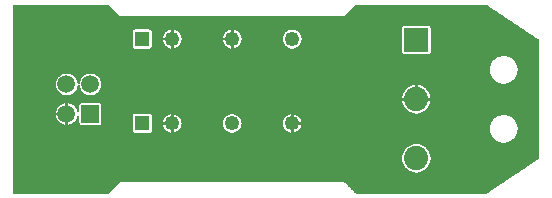
<source format=gbl>
%FSLAX33Y33*%
%MOMM*%
%AMRect-W1250000-H1250000-RO1.500*
21,1,1.25,1.25,0.,0.,90*%
%AMRect-W1500000-H1500000-RO0.500*
21,1,1.5,1.5,0.,0.,270*%
%AMRect-W2049999-H2049999-RO0.500*
21,1,2.049999,2.049999,0.,0.,270*%
%ADD10C,0.0508*%
%ADD11C,1.25*%
%ADD12Rect-W1250000-H1250000-RO1.500*%
%ADD13C,1.5*%
%ADD14C,3.*%
%ADD15Rect-W1500000-H1500000-RO0.500*%
%ADD16C,2.049999*%
%ADD17Rect-W2049999-H2049999-RO0.500*%
D10*
%LNpour fill*%
G01*
X44975Y3514D02*
X44975Y3514D01*
X44975Y13486*
X40492Y16475*
X29511Y16475*
X28514Y15478*
X28505Y15475*
X17525Y15475*
X17525Y1525*
X28505Y1525*
X28514Y1522*
X29511Y0525*
X40492Y0525*
X44975Y3514*
X35627Y12249D02*
X35627Y12249D01*
X35659Y12251*
X35661Y12252*
X35694Y12259*
X35696Y12260*
X35727Y12273*
X35729Y12274*
X35757Y12291*
X35759Y12292*
X35784Y12314*
X35786Y12316*
X35808Y12341*
X35809Y12343*
X35826Y12371*
X35827Y12373*
X35840Y12404*
X35841Y12406*
X35848Y12439*
X35849Y12441*
X35851Y12474*
X35851Y12475*
X35851Y14525*
X35851Y14526*
X35849Y14559*
X35848Y14561*
X35841Y14594*
X35840Y14596*
X35827Y14627*
X35826Y14629*
X35809Y14657*
X35808Y14659*
X35786Y14684*
X35784Y14686*
X35759Y14708*
X35757Y14709*
X35729Y14726*
X35727Y14727*
X35696Y14740*
X35694Y14741*
X35661Y14748*
X35659Y14749*
X35626Y14751*
X35625Y14751*
X33575Y14751*
X33574Y14751*
X33541Y14749*
X33539Y14748*
X33506Y14741*
X33504Y14740*
X33473Y14727*
X33471Y14726*
X33443Y14709*
X33441Y14708*
X33416Y14686*
X33414Y14684*
X33392Y14659*
X33391Y14657*
X33374Y14629*
X33373Y14627*
X33360Y14596*
X33359Y14594*
X33352Y14561*
X33351Y14559*
X33349Y14527*
X33349Y14526*
X33349Y12474*
X33349Y12474*
X33351Y12441*
X33352Y12439*
X33359Y12406*
X33360Y12404*
X33373Y12373*
X33374Y12371*
X33391Y12343*
X33392Y12341*
X33414Y12316*
X33416Y12314*
X33441Y12292*
X33443Y12291*
X33471Y12274*
X33473Y12273*
X33504Y12260*
X33506Y12259*
X33539Y12252*
X33541Y12251*
X33574Y12249*
X33574Y12249*
X35626Y12249*
X35627Y12249*
X24184Y12755D02*
X24184Y12755D01*
X24380Y12803*
X24383Y12804*
X24562Y12898*
X24565Y12900*
X24716Y13034*
X24718Y13037*
X24833Y13203*
X24835Y13206*
X24906Y13395*
X24907Y13398*
X24931Y13598*
X24931Y13602*
X24907Y13802*
X24906Y13805*
X24835Y13994*
X24833Y13997*
X24718Y14163*
X24716Y14166*
X24565Y14300*
X24562Y14302*
X24383Y14396*
X24380Y14397*
X24184Y14445*
X24181Y14445*
X23979Y14445*
X23976Y14445*
X23780Y14397*
X23777Y14396*
X23598Y14302*
X23595Y14300*
X23444Y14166*
X23442Y14163*
X23327Y13997*
X23325Y13994*
X23254Y13805*
X23253Y13802*
X23229Y13602*
X23229Y13598*
X23253Y13398*
X23254Y13395*
X23325Y13206*
X23327Y13203*
X23442Y13037*
X23444Y13034*
X23595Y12900*
X23598Y12898*
X23777Y12804*
X23780Y12803*
X23976Y12755*
X23979Y12755*
X24181Y12755*
X24184Y12755*
X18925Y12768D02*
X18925Y12768D01*
X18925Y13004*
X19075Y13004*
X19075Y12768*
X19094Y12753*
X19300Y12803*
X19303Y12804*
X19482Y12898*
X19485Y12900*
X19636Y13034*
X19638Y13037*
X19753Y13203*
X19755Y13206*
X19826Y13395*
X19827Y13398*
X19851Y13598*
X19851Y13602*
X19827Y13802*
X19826Y13805*
X19755Y13994*
X19753Y13997*
X19638Y14163*
X19636Y14166*
X19485Y14300*
X19482Y14302*
X19303Y14396*
X19300Y14397*
X19094Y14447*
X19075Y14432*
X19075Y14196*
X18925Y14196*
X18925Y14432*
X18906Y14447*
X18700Y14397*
X18697Y14396*
X18518Y14302*
X18515Y14300*
X18364Y14166*
X18362Y14163*
X18247Y13997*
X18245Y13994*
X18174Y13805*
X18173Y13802*
X18160Y13692*
X18175Y13675*
X18400Y13675*
X18400Y13525*
X18175Y13525*
X18160Y13508*
X18173Y13398*
X18174Y13395*
X18245Y13206*
X18247Y13203*
X18362Y13037*
X18364Y13034*
X18515Y12900*
X18518Y12898*
X18697Y12804*
X18700Y12803*
X18906Y12753*
X18925Y12768*
X42149Y9783D02*
X42149Y9783D01*
X42433Y9853*
X42436Y9854*
X42695Y9990*
X42698Y9992*
X42917Y10186*
X42919Y10188*
X43085Y10429*
X43087Y10431*
X43190Y10705*
X43191Y10708*
X43226Y10998*
X43226Y11002*
X43191Y11292*
X43190Y11295*
X43087Y11569*
X43085Y11571*
X42919Y11812*
X42917Y11814*
X42698Y12008*
X42695Y12010*
X42436Y12146*
X42433Y12147*
X42149Y12217*
X42146Y12218*
X41854Y12218*
X41851Y12217*
X41567Y12147*
X41564Y12146*
X41305Y12010*
X41302Y12008*
X41083Y11814*
X41081Y11812*
X40915Y11571*
X40913Y11569*
X40810Y11295*
X40809Y11292*
X40774Y11002*
X40774Y10998*
X40809Y10708*
X40810Y10705*
X40913Y10431*
X40915Y10429*
X41081Y10188*
X41083Y10186*
X41302Y9992*
X41305Y9990*
X41564Y9854*
X41567Y9853*
X41851Y9783*
X41854Y9782*
X42146Y9782*
X42149Y9783*
X34877Y7280D02*
X34877Y7280D01*
X34880Y7280*
X35142Y7372*
X35144Y7373*
X35379Y7521*
X35381Y7523*
X35577Y7719*
X35579Y7721*
X35727Y7956*
X35728Y7958*
X35820Y8220*
X35820Y8223*
X35841Y8408*
X35826Y8425*
X35600Y8425*
X35600Y8575*
X35826Y8575*
X35841Y8592*
X35820Y8777*
X35820Y8780*
X35728Y9042*
X35727Y9044*
X35579Y9279*
X35577Y9281*
X35381Y9477*
X35379Y9479*
X35144Y9627*
X35142Y9628*
X34880Y9720*
X34877Y9720*
X34692Y9741*
X34675Y9726*
X34675Y9493*
X34525Y9493*
X34525Y9726*
X34508Y9741*
X34323Y9720*
X34320Y9720*
X34058Y9628*
X34056Y9627*
X33821Y9479*
X33819Y9477*
X33623Y9281*
X33621Y9279*
X33473Y9044*
X33472Y9042*
X33380Y8780*
X33380Y8777*
X33359Y8592*
X33374Y8575*
X33600Y8575*
X33600Y8425*
X33374Y8425*
X33359Y8408*
X33380Y8223*
X33380Y8220*
X33472Y7958*
X33473Y7956*
X33621Y7721*
X33623Y7719*
X33819Y7523*
X33821Y7521*
X34056Y7373*
X34058Y7372*
X34320Y7280*
X34323Y7280*
X34599Y7249*
X34601Y7249*
X34877Y7280*
X19104Y5605D02*
X19104Y5605D01*
X19300Y5653*
X19303Y5654*
X19482Y5748*
X19485Y5750*
X19636Y5884*
X19638Y5887*
X19753Y6053*
X19755Y6056*
X19826Y6245*
X19827Y6248*
X19851Y6448*
X19851Y6452*
X19827Y6652*
X19826Y6655*
X19755Y6844*
X19753Y6847*
X19638Y7013*
X19636Y7016*
X19485Y7150*
X19482Y7152*
X19303Y7246*
X19300Y7247*
X19104Y7295*
X19101Y7295*
X18899Y7295*
X18896Y7295*
X18700Y7247*
X18697Y7246*
X18518Y7152*
X18515Y7150*
X18364Y7016*
X18362Y7013*
X18247Y6847*
X18245Y6844*
X18174Y6655*
X18173Y6652*
X18149Y6452*
X18149Y6448*
X18173Y6248*
X18174Y6245*
X18245Y6056*
X18247Y6053*
X18362Y5887*
X18364Y5884*
X18515Y5750*
X18518Y5748*
X18697Y5654*
X18700Y5653*
X18896Y5605*
X18899Y5605*
X19101Y5605*
X19104Y5605*
X24005Y5618D02*
X24005Y5618D01*
X24005Y5854*
X24155Y5854*
X24155Y5618*
X24174Y5603*
X24380Y5653*
X24383Y5654*
X24562Y5748*
X24565Y5750*
X24716Y5884*
X24718Y5887*
X24833Y6053*
X24835Y6056*
X24906Y6245*
X24907Y6248*
X24920Y6358*
X24905Y6375*
X24680Y6375*
X24680Y6525*
X24905Y6525*
X24920Y6542*
X24907Y6652*
X24906Y6655*
X24835Y6844*
X24833Y6847*
X24718Y7013*
X24716Y7016*
X24565Y7150*
X24562Y7152*
X24383Y7246*
X24380Y7247*
X24174Y7297*
X24155Y7282*
X24155Y7046*
X24005Y7046*
X24005Y7282*
X23986Y7297*
X23780Y7247*
X23777Y7246*
X23598Y7152*
X23595Y7150*
X23444Y7016*
X23442Y7013*
X23327Y6847*
X23325Y6844*
X23254Y6655*
X23253Y6652*
X23229Y6452*
X23229Y6448*
X23253Y6248*
X23254Y6245*
X23325Y6056*
X23327Y6053*
X23442Y5887*
X23444Y5884*
X23595Y5750*
X23598Y5748*
X23777Y5654*
X23780Y5653*
X23986Y5603*
X24005Y5618*
X42149Y4783D02*
X42149Y4783D01*
X42433Y4853*
X42436Y4854*
X42695Y4990*
X42698Y4992*
X42917Y5186*
X42919Y5188*
X43085Y5429*
X43087Y5431*
X43190Y5705*
X43191Y5708*
X43226Y5998*
X43226Y6002*
X43191Y6292*
X43190Y6295*
X43087Y6569*
X43085Y6571*
X42919Y6812*
X42917Y6814*
X42698Y7008*
X42695Y7010*
X42436Y7146*
X42433Y7147*
X42149Y7217*
X42146Y7218*
X41854Y7218*
X41851Y7217*
X41567Y7147*
X41564Y7146*
X41305Y7010*
X41302Y7008*
X41083Y6814*
X41081Y6812*
X40915Y6571*
X40913Y6569*
X40810Y6295*
X40809Y6292*
X40774Y6002*
X40774Y5998*
X40809Y5708*
X40810Y5705*
X40913Y5431*
X40915Y5429*
X41081Y5188*
X41083Y5186*
X41302Y4992*
X41305Y4990*
X41564Y4854*
X41567Y4853*
X41851Y4783*
X41854Y4782*
X42146Y4782*
X42149Y4783*
X34877Y2280D02*
X34877Y2280D01*
X34880Y2280*
X35142Y2372*
X35144Y2373*
X35379Y2521*
X35381Y2523*
X35577Y2719*
X35579Y2721*
X35727Y2956*
X35728Y2958*
X35820Y3220*
X35820Y3223*
X35851Y3499*
X35851Y3501*
X35820Y3777*
X35820Y3780*
X35728Y4042*
X35727Y4044*
X35579Y4279*
X35577Y4281*
X35381Y4477*
X35379Y4479*
X35144Y4627*
X35142Y4628*
X34880Y4720*
X34877Y4720*
X34601Y4751*
X34599Y4751*
X34323Y4720*
X34320Y4720*
X34058Y4628*
X34056Y4627*
X33821Y4479*
X33819Y4477*
X33623Y4281*
X33621Y4279*
X33473Y4044*
X33472Y4042*
X33380Y3780*
X33380Y3777*
X33349Y3501*
X33349Y3499*
X33380Y3223*
X33380Y3220*
X33472Y2958*
X33473Y2956*
X33621Y2721*
X33623Y2719*
X33819Y2523*
X33821Y2521*
X34056Y2373*
X34058Y2372*
X34320Y2280*
X34323Y2280*
X34599Y2249*
X34601Y2249*
X34877Y2280*
X29486Y0550D02*
X40529Y0550D01*
X29437Y0599D02*
X40603Y0599D01*
X29387Y0649D02*
X40677Y0649D01*
X29338Y0698D02*
X40751Y0698D01*
X29288Y0748D02*
X40826Y0748D01*
X29239Y0797D02*
X40900Y0797D01*
X29189Y0847D02*
X40974Y0847D01*
X29140Y0896D02*
X41049Y0896D01*
X29090Y0946D02*
X41123Y0946D01*
X29041Y0995D02*
X41197Y0995D01*
X28991Y1045D02*
X41271Y1045D01*
X28942Y1094D02*
X41346Y1094D01*
X28892Y1144D02*
X41420Y1144D01*
X28843Y1193D02*
X41494Y1193D01*
X28793Y1243D02*
X41569Y1243D01*
X28743Y1292D02*
X41643Y1292D01*
X28694Y1342D02*
X41717Y1342D01*
X28644Y1392D02*
X41792Y1392D01*
X28595Y1441D02*
X41866Y1441D01*
X28545Y1491D02*
X41940Y1491D01*
X17525Y1540D02*
X42014Y1540D01*
X17525Y1590D02*
X42089Y1590D01*
X17525Y1639D02*
X42163Y1639D01*
X17525Y1689D02*
X42237Y1689D01*
X17525Y1738D02*
X42312Y1738D01*
X17525Y1788D02*
X42386Y1788D01*
X17525Y1837D02*
X42460Y1837D01*
X17525Y1887D02*
X42534Y1887D01*
X17525Y1936D02*
X42609Y1936D01*
X17525Y1986D02*
X42683Y1986D01*
X17525Y2035D02*
X42757Y2035D01*
X17525Y2085D02*
X42832Y2085D01*
X17525Y2134D02*
X42906Y2134D01*
X17525Y2184D02*
X42980Y2184D01*
X17525Y2234D02*
X43055Y2234D01*
X17525Y2283D02*
X34312Y2283D01*
X34888Y2283D02*
X43129Y2283D01*
X17525Y2333D02*
X34171Y2333D01*
X35029Y2333D02*
X43203Y2333D01*
X17525Y2382D02*
X34041Y2382D01*
X35159Y2382D02*
X43277Y2382D01*
X17525Y2432D02*
X33963Y2432D01*
X35237Y2432D02*
X43352Y2432D01*
X17525Y2481D02*
X33884Y2481D01*
X35316Y2481D02*
X43426Y2481D01*
X17525Y2531D02*
X33810Y2531D01*
X35390Y2531D02*
X43500Y2531D01*
X17525Y2580D02*
X33761Y2580D01*
X35439Y2580D02*
X43575Y2580D01*
X17525Y2630D02*
X33711Y2630D01*
X35489Y2630D02*
X43649Y2630D01*
X17525Y2679D02*
X33662Y2679D01*
X35538Y2679D02*
X43723Y2679D01*
X17525Y2729D02*
X33616Y2729D01*
X35584Y2729D02*
X43797Y2729D01*
X17525Y2778D02*
X33585Y2778D01*
X35615Y2778D02*
X43872Y2778D01*
X17525Y2828D02*
X33553Y2828D01*
X35647Y2828D02*
X43946Y2828D01*
X17525Y2877D02*
X33522Y2877D01*
X35678Y2877D02*
X44020Y2877D01*
X17525Y2927D02*
X33491Y2927D01*
X35709Y2927D02*
X44095Y2927D01*
X17525Y2977D02*
X33466Y2977D01*
X35734Y2977D02*
X44169Y2977D01*
X17525Y3026D02*
X33448Y3026D01*
X35752Y3026D02*
X44243Y3026D01*
X17525Y3076D02*
X33431Y3076D01*
X35769Y3076D02*
X44318Y3076D01*
X17525Y3125D02*
X33414Y3125D01*
X35786Y3125D02*
X44392Y3125D01*
X17525Y3175D02*
X33396Y3175D01*
X35804Y3175D02*
X44466Y3175D01*
X17525Y3224D02*
X33380Y3224D01*
X35820Y3224D02*
X44540Y3224D01*
X17525Y3274D02*
X33374Y3274D01*
X35826Y3274D02*
X44615Y3274D01*
X17525Y3323D02*
X33368Y3323D01*
X35832Y3323D02*
X44689Y3323D01*
X17525Y3373D02*
X33363Y3373D01*
X35837Y3373D02*
X44763Y3373D01*
X17525Y3422D02*
X33357Y3422D01*
X35843Y3422D02*
X44838Y3422D01*
X17525Y3472D02*
X33352Y3472D01*
X35848Y3472D02*
X44912Y3472D01*
X17525Y3521D02*
X33351Y3521D01*
X35849Y3521D02*
X44975Y3521D01*
X17525Y3571D02*
X33356Y3571D01*
X35844Y3571D02*
X44975Y3571D01*
X17525Y3620D02*
X33362Y3620D01*
X35838Y3620D02*
X44975Y3620D01*
X17525Y3670D02*
X33368Y3670D01*
X35832Y3670D02*
X44975Y3670D01*
X17525Y3719D02*
X33373Y3719D01*
X35827Y3719D02*
X44975Y3719D01*
X17525Y3769D02*
X33379Y3769D01*
X35821Y3769D02*
X44975Y3769D01*
X17525Y3819D02*
X33394Y3819D01*
X35806Y3819D02*
X44975Y3819D01*
X17525Y3868D02*
X33411Y3868D01*
X35789Y3868D02*
X44975Y3868D01*
X17525Y3918D02*
X33428Y3918D01*
X35772Y3918D02*
X44975Y3918D01*
X17525Y3967D02*
X33446Y3967D01*
X35754Y3967D02*
X44975Y3967D01*
X17525Y4017D02*
X33463Y4017D01*
X35737Y4017D02*
X44975Y4017D01*
X17525Y4066D02*
X33487Y4066D01*
X35713Y4066D02*
X44975Y4066D01*
X17525Y4116D02*
X33518Y4116D01*
X35682Y4116D02*
X44975Y4116D01*
X17525Y4165D02*
X33549Y4165D01*
X35651Y4165D02*
X44975Y4165D01*
X17525Y4215D02*
X33580Y4215D01*
X35620Y4215D02*
X44975Y4215D01*
X17525Y4264D02*
X33611Y4264D01*
X35589Y4264D02*
X44975Y4264D01*
X17525Y4314D02*
X33655Y4314D01*
X35545Y4314D02*
X44975Y4314D01*
X17525Y4363D02*
X33704Y4363D01*
X35496Y4363D02*
X44975Y4363D01*
X17525Y4413D02*
X33754Y4413D01*
X35446Y4413D02*
X44975Y4413D01*
X17525Y4462D02*
X33804Y4462D01*
X35396Y4462D02*
X44975Y4462D01*
X17525Y4512D02*
X33873Y4512D01*
X35327Y4512D02*
X44975Y4512D01*
X17525Y4561D02*
X33952Y4561D01*
X35248Y4561D02*
X44975Y4561D01*
X17525Y4611D02*
X34031Y4611D01*
X35169Y4611D02*
X44975Y4611D01*
X17525Y4661D02*
X34151Y4661D01*
X35049Y4661D02*
X44975Y4661D01*
X17525Y4710D02*
X34293Y4710D01*
X34907Y4710D02*
X44975Y4710D01*
X17525Y4760D02*
X44975Y4760D01*
X17525Y4809D02*
X41744Y4809D01*
X42256Y4809D02*
X44975Y4809D01*
X17525Y4859D02*
X41555Y4859D01*
X42445Y4859D02*
X44975Y4859D01*
X17525Y4908D02*
X41460Y4908D01*
X42540Y4908D02*
X44975Y4908D01*
X17525Y4958D02*
X41366Y4958D01*
X42634Y4958D02*
X44975Y4958D01*
X17525Y5007D02*
X41284Y5007D01*
X42716Y5007D02*
X44975Y5007D01*
X17525Y5057D02*
X41228Y5057D01*
X42772Y5057D02*
X44975Y5057D01*
X17525Y5106D02*
X41173Y5106D01*
X42827Y5106D02*
X44975Y5106D01*
X17525Y5156D02*
X41117Y5156D01*
X42883Y5156D02*
X44975Y5156D01*
X17525Y5205D02*
X41069Y5205D01*
X42931Y5205D02*
X44975Y5205D01*
X17525Y5255D02*
X41035Y5255D01*
X42965Y5255D02*
X44975Y5255D01*
X17525Y5304D02*
X41001Y5304D01*
X42999Y5304D02*
X44975Y5304D01*
X17525Y5354D02*
X40966Y5354D01*
X43034Y5354D02*
X44975Y5354D01*
X17525Y5403D02*
X40932Y5403D01*
X43068Y5403D02*
X44975Y5403D01*
X17525Y5453D02*
X40905Y5453D01*
X43095Y5453D02*
X44975Y5453D01*
X17525Y5503D02*
X40886Y5503D01*
X43114Y5503D02*
X44975Y5503D01*
X17525Y5552D02*
X40868Y5552D01*
X43132Y5552D02*
X44975Y5552D01*
X17525Y5602D02*
X40849Y5602D01*
X43151Y5602D02*
X44975Y5602D01*
X17525Y5651D02*
X18709Y5651D01*
X19291Y5651D02*
X23789Y5651D01*
X24005Y5651D02*
X24155Y5651D01*
X24371Y5651D02*
X40830Y5651D01*
X43170Y5651D02*
X44975Y5651D01*
X17525Y5701D02*
X18609Y5701D01*
X19391Y5701D02*
X23689Y5701D01*
X24005Y5701D02*
X24155Y5701D01*
X24471Y5701D02*
X40811Y5701D01*
X43189Y5701D02*
X44975Y5701D01*
X17525Y5750D02*
X18515Y5750D01*
X19485Y5750D02*
X23595Y5750D01*
X24005Y5750D02*
X24155Y5750D01*
X24565Y5750D02*
X40804Y5750D01*
X43196Y5750D02*
X44975Y5750D01*
X17525Y5800D02*
X18459Y5800D01*
X19541Y5800D02*
X23539Y5800D01*
X24005Y5800D02*
X24155Y5800D01*
X24621Y5800D02*
X40798Y5800D01*
X43202Y5800D02*
X44975Y5800D01*
X17525Y5849D02*
X18403Y5849D01*
X19597Y5849D02*
X23483Y5849D01*
X24005Y5849D02*
X24155Y5849D01*
X24677Y5849D02*
X40792Y5849D01*
X43208Y5849D02*
X44975Y5849D01*
X17525Y5899D02*
X18353Y5899D01*
X19647Y5899D02*
X23433Y5899D01*
X24727Y5899D02*
X40786Y5899D01*
X43214Y5899D02*
X44975Y5899D01*
X17525Y5948D02*
X18319Y5948D01*
X19681Y5948D02*
X23399Y5948D01*
X24761Y5948D02*
X40780Y5948D01*
X43220Y5948D02*
X44975Y5948D01*
X17525Y5998D02*
X18285Y5998D01*
X19715Y5998D02*
X23365Y5998D01*
X24795Y5998D02*
X40774Y5998D01*
X43226Y5998D02*
X44975Y5998D01*
X17525Y6047D02*
X18251Y6047D01*
X19749Y6047D02*
X23331Y6047D01*
X24829Y6047D02*
X40779Y6047D01*
X43221Y6047D02*
X44975Y6047D01*
X17525Y6097D02*
X18230Y6097D01*
X19770Y6097D02*
X23310Y6097D01*
X24850Y6097D02*
X40785Y6097D01*
X43215Y6097D02*
X44975Y6097D01*
X17525Y6146D02*
X18211Y6146D01*
X19789Y6146D02*
X23291Y6146D01*
X24869Y6146D02*
X40791Y6146D01*
X43209Y6146D02*
X44975Y6146D01*
X17525Y6196D02*
X18192Y6196D01*
X19808Y6196D02*
X23272Y6196D01*
X24888Y6196D02*
X40797Y6196D01*
X43203Y6196D02*
X44975Y6196D01*
X17525Y6245D02*
X18174Y6245D01*
X19826Y6245D02*
X23254Y6245D01*
X24906Y6245D02*
X40803Y6245D01*
X43197Y6245D02*
X44975Y6245D01*
X17525Y6295D02*
X18167Y6295D01*
X19833Y6295D02*
X23247Y6295D01*
X24913Y6295D02*
X40810Y6295D01*
X43190Y6295D02*
X44975Y6295D01*
X17525Y6345D02*
X18161Y6345D01*
X19839Y6345D02*
X23241Y6345D01*
X24919Y6345D02*
X40828Y6345D01*
X43172Y6345D02*
X44975Y6345D01*
X17525Y6394D02*
X18155Y6394D01*
X19845Y6394D02*
X23235Y6394D01*
X24680Y6394D02*
X40847Y6394D01*
X43153Y6394D02*
X44975Y6394D01*
X17525Y6444D02*
X18149Y6444D01*
X19851Y6444D02*
X23229Y6444D01*
X24680Y6444D02*
X40866Y6444D01*
X43134Y6444D02*
X44975Y6444D01*
X17525Y6493D02*
X18154Y6493D01*
X19846Y6493D02*
X23234Y6493D01*
X24680Y6493D02*
X40885Y6493D01*
X43115Y6493D02*
X44975Y6493D01*
X17525Y6543D02*
X18160Y6543D01*
X19840Y6543D02*
X23240Y6543D01*
X24920Y6543D02*
X40904Y6543D01*
X43096Y6543D02*
X44975Y6543D01*
X17525Y6592D02*
X18166Y6592D01*
X19834Y6592D02*
X23246Y6592D01*
X24914Y6592D02*
X40929Y6592D01*
X43071Y6592D02*
X44975Y6592D01*
X17525Y6642D02*
X18172Y6642D01*
X19828Y6642D02*
X23252Y6642D01*
X24908Y6642D02*
X40963Y6642D01*
X43037Y6642D02*
X44975Y6642D01*
X17525Y6691D02*
X18187Y6691D01*
X19813Y6691D02*
X23267Y6691D01*
X24893Y6691D02*
X40998Y6691D01*
X43002Y6691D02*
X44975Y6691D01*
X17525Y6741D02*
X18206Y6741D01*
X19794Y6741D02*
X23286Y6741D01*
X24874Y6741D02*
X41032Y6741D01*
X42968Y6741D02*
X44975Y6741D01*
X17525Y6790D02*
X18225Y6790D01*
X19775Y6790D02*
X23305Y6790D01*
X24855Y6790D02*
X41066Y6790D01*
X42934Y6790D02*
X44975Y6790D01*
X17525Y6840D02*
X18244Y6840D01*
X19756Y6840D02*
X23324Y6840D01*
X24836Y6840D02*
X41112Y6840D01*
X42888Y6840D02*
X44975Y6840D01*
X17525Y6889D02*
X18276Y6889D01*
X19724Y6889D02*
X23356Y6889D01*
X24804Y6889D02*
X41168Y6889D01*
X42832Y6889D02*
X44975Y6889D01*
X17525Y6939D02*
X18310Y6939D01*
X19690Y6939D02*
X23390Y6939D01*
X24770Y6939D02*
X41224Y6939D01*
X42776Y6939D02*
X44975Y6939D01*
X17525Y6988D02*
X18344Y6988D01*
X19656Y6988D02*
X23424Y6988D01*
X24736Y6988D02*
X41279Y6988D01*
X42721Y6988D02*
X44975Y6988D01*
X17525Y7038D02*
X18389Y7038D01*
X19611Y7038D02*
X23469Y7038D01*
X24691Y7038D02*
X41358Y7038D01*
X42642Y7038D02*
X44975Y7038D01*
X17525Y7087D02*
X18445Y7087D01*
X19555Y7087D02*
X23525Y7087D01*
X24005Y7087D02*
X24155Y7087D01*
X24635Y7087D02*
X41452Y7087D01*
X42548Y7087D02*
X44975Y7087D01*
X17525Y7137D02*
X18501Y7137D01*
X19499Y7137D02*
X23581Y7137D01*
X24005Y7137D02*
X24155Y7137D01*
X24579Y7137D02*
X41546Y7137D01*
X42454Y7137D02*
X44975Y7137D01*
X17525Y7187D02*
X18584Y7187D01*
X19416Y7187D02*
X23664Y7187D01*
X24005Y7187D02*
X24155Y7187D01*
X24496Y7187D02*
X41726Y7187D01*
X42274Y7187D02*
X44975Y7187D01*
X17525Y7236D02*
X18679Y7236D01*
X19321Y7236D02*
X23759Y7236D01*
X24005Y7236D02*
X24155Y7236D01*
X24401Y7236D02*
X44975Y7236D01*
X17525Y7286D02*
X18858Y7286D01*
X19142Y7286D02*
X23938Y7286D01*
X24001Y7286D02*
X24159Y7286D01*
X24222Y7286D02*
X34305Y7286D01*
X34895Y7286D02*
X44975Y7286D01*
X17525Y7335D02*
X34163Y7335D01*
X35037Y7335D02*
X44975Y7335D01*
X17525Y7385D02*
X34037Y7385D01*
X35163Y7385D02*
X44975Y7385D01*
X17525Y7434D02*
X33959Y7434D01*
X35241Y7434D02*
X44975Y7434D01*
X17525Y7484D02*
X33880Y7484D01*
X35320Y7484D02*
X44975Y7484D01*
X17525Y7533D02*
X33808Y7533D01*
X35392Y7533D02*
X44975Y7533D01*
X17525Y7583D02*
X33758Y7583D01*
X35442Y7583D02*
X44975Y7583D01*
X17525Y7632D02*
X33709Y7632D01*
X35491Y7632D02*
X44975Y7632D01*
X17525Y7682D02*
X33659Y7682D01*
X35541Y7682D02*
X44975Y7682D01*
X17525Y7731D02*
X33614Y7731D01*
X35586Y7731D02*
X44975Y7731D01*
X17525Y7781D02*
X33583Y7781D01*
X35617Y7781D02*
X44975Y7781D01*
X17525Y7830D02*
X33552Y7830D01*
X35648Y7830D02*
X44975Y7830D01*
X17525Y7880D02*
X33521Y7880D01*
X35679Y7880D02*
X44975Y7880D01*
X17525Y7929D02*
X33490Y7929D01*
X35710Y7929D02*
X44975Y7929D01*
X17525Y7979D02*
X33465Y7979D01*
X35735Y7979D02*
X44975Y7979D01*
X17525Y8029D02*
X33447Y8029D01*
X35753Y8029D02*
X44975Y8029D01*
X17525Y8078D02*
X33430Y8078D01*
X35770Y8078D02*
X44975Y8078D01*
X17525Y8128D02*
X33413Y8128D01*
X35787Y8128D02*
X44975Y8128D01*
X17525Y8177D02*
X33395Y8177D01*
X35805Y8177D02*
X44975Y8177D01*
X17525Y8227D02*
X33379Y8227D01*
X35821Y8227D02*
X44975Y8227D01*
X17525Y8276D02*
X33374Y8276D01*
X35826Y8276D02*
X44975Y8276D01*
X17525Y8326D02*
X33368Y8326D01*
X35832Y8326D02*
X44975Y8326D01*
X17525Y8375D02*
X33362Y8375D01*
X35838Y8375D02*
X44975Y8375D01*
X17525Y8425D02*
X33373Y8425D01*
X35827Y8425D02*
X44975Y8425D01*
X17525Y8474D02*
X33600Y8474D01*
X35600Y8474D02*
X44975Y8474D01*
X17525Y8524D02*
X33600Y8524D01*
X35600Y8524D02*
X44975Y8524D01*
X17525Y8573D02*
X33600Y8573D01*
X35600Y8573D02*
X44975Y8573D01*
X17525Y8623D02*
X33362Y8623D01*
X35838Y8623D02*
X44975Y8623D01*
X17525Y8672D02*
X33368Y8672D01*
X35832Y8672D02*
X44975Y8672D01*
X17525Y8722D02*
X33373Y8722D01*
X35827Y8722D02*
X44975Y8722D01*
X17525Y8772D02*
X33379Y8772D01*
X35821Y8772D02*
X44975Y8772D01*
X17525Y8821D02*
X33395Y8821D01*
X35805Y8821D02*
X44975Y8821D01*
X17525Y8871D02*
X33412Y8871D01*
X35788Y8871D02*
X44975Y8871D01*
X17525Y8920D02*
X33429Y8920D01*
X35771Y8920D02*
X44975Y8920D01*
X17525Y8970D02*
X33447Y8970D01*
X35753Y8970D02*
X44975Y8970D01*
X17525Y9019D02*
X33464Y9019D01*
X35736Y9019D02*
X44975Y9019D01*
X17525Y9069D02*
X33489Y9069D01*
X35711Y9069D02*
X44975Y9069D01*
X17525Y9118D02*
X33520Y9118D01*
X35680Y9118D02*
X44975Y9118D01*
X17525Y9168D02*
X33551Y9168D01*
X35649Y9168D02*
X44975Y9168D01*
X17525Y9217D02*
X33582Y9217D01*
X35618Y9217D02*
X44975Y9217D01*
X17525Y9267D02*
X33613Y9267D01*
X35587Y9267D02*
X44975Y9267D01*
X17525Y9316D02*
X33657Y9316D01*
X35543Y9316D02*
X44975Y9316D01*
X17525Y9366D02*
X33707Y9366D01*
X35493Y9366D02*
X44975Y9366D01*
X17525Y9415D02*
X33757Y9415D01*
X35443Y9415D02*
X44975Y9415D01*
X17525Y9465D02*
X33806Y9465D01*
X35394Y9465D02*
X44975Y9465D01*
X17525Y9514D02*
X33877Y9514D01*
X34525Y9514D02*
X34675Y9514D01*
X35323Y9514D02*
X44975Y9514D01*
X17525Y9564D02*
X33956Y9564D01*
X34525Y9564D02*
X34675Y9564D01*
X35244Y9564D02*
X44975Y9564D01*
X17525Y9614D02*
X34035Y9614D01*
X34525Y9614D02*
X34675Y9614D01*
X35165Y9614D02*
X44975Y9614D01*
X17525Y9663D02*
X34158Y9663D01*
X34525Y9663D02*
X34675Y9663D01*
X35042Y9663D02*
X44975Y9663D01*
X17525Y9713D02*
X34300Y9713D01*
X34525Y9713D02*
X34675Y9713D01*
X34900Y9713D02*
X44975Y9713D01*
X17525Y9762D02*
X44975Y9762D01*
X17525Y9812D02*
X41733Y9812D01*
X42267Y9812D02*
X44975Y9812D01*
X17525Y9861D02*
X41550Y9861D01*
X42450Y9861D02*
X44975Y9861D01*
X17525Y9911D02*
X41455Y9911D01*
X42545Y9911D02*
X44975Y9911D01*
X17525Y9960D02*
X41361Y9960D01*
X42639Y9960D02*
X44975Y9960D01*
X17525Y10010D02*
X41282Y10010D01*
X42718Y10010D02*
X44975Y10010D01*
X17525Y10059D02*
X41226Y10059D01*
X42774Y10059D02*
X44975Y10059D01*
X17525Y10109D02*
X41170Y10109D01*
X42830Y10109D02*
X44975Y10109D01*
X17525Y10158D02*
X41114Y10158D01*
X42886Y10158D02*
X44975Y10158D01*
X17525Y10208D02*
X41067Y10208D01*
X42933Y10208D02*
X44975Y10208D01*
X17525Y10257D02*
X41033Y10257D01*
X42967Y10257D02*
X44975Y10257D01*
X17525Y10307D02*
X40999Y10307D01*
X43001Y10307D02*
X44975Y10307D01*
X17525Y10356D02*
X40965Y10356D01*
X43035Y10356D02*
X44975Y10356D01*
X17525Y10406D02*
X40930Y10406D01*
X43070Y10406D02*
X44975Y10406D01*
X17525Y10456D02*
X40904Y10456D01*
X43096Y10456D02*
X44975Y10456D01*
X17525Y10505D02*
X40885Y10505D01*
X43115Y10505D02*
X44975Y10505D01*
X17525Y10555D02*
X40867Y10555D01*
X43133Y10555D02*
X44975Y10555D01*
X17525Y10604D02*
X40848Y10604D01*
X43152Y10604D02*
X44975Y10604D01*
X17525Y10654D02*
X40829Y10654D01*
X43171Y10654D02*
X44975Y10654D01*
X17525Y10703D02*
X40810Y10703D01*
X43190Y10703D02*
X44975Y10703D01*
X17525Y10753D02*
X40803Y10753D01*
X43197Y10753D02*
X44975Y10753D01*
X17525Y10802D02*
X40797Y10802D01*
X43203Y10802D02*
X44975Y10802D01*
X17525Y10852D02*
X40791Y10852D01*
X43209Y10852D02*
X44975Y10852D01*
X17525Y10901D02*
X40785Y10901D01*
X43215Y10901D02*
X44975Y10901D01*
X17525Y10951D02*
X40779Y10951D01*
X43221Y10951D02*
X44975Y10951D01*
X17525Y11000D02*
X40774Y11000D01*
X43226Y11000D02*
X44975Y11000D01*
X17525Y11050D02*
X40779Y11050D01*
X43221Y11050D02*
X44975Y11050D01*
X17525Y11099D02*
X40785Y11099D01*
X43215Y11099D02*
X44975Y11099D01*
X17525Y11149D02*
X40791Y11149D01*
X43209Y11149D02*
X44975Y11149D01*
X17525Y11198D02*
X40798Y11198D01*
X43202Y11198D02*
X44975Y11198D01*
X17525Y11248D02*
X40804Y11248D01*
X43196Y11248D02*
X44975Y11248D01*
X17525Y11298D02*
X40811Y11298D01*
X43189Y11298D02*
X44975Y11298D01*
X17525Y11347D02*
X40829Y11347D01*
X43171Y11347D02*
X44975Y11347D01*
X17525Y11397D02*
X40848Y11397D01*
X43152Y11397D02*
X44975Y11397D01*
X17525Y11446D02*
X40867Y11446D01*
X43133Y11446D02*
X44975Y11446D01*
X17525Y11496D02*
X40886Y11496D01*
X43114Y11496D02*
X44975Y11496D01*
X17525Y11545D02*
X40904Y11545D01*
X43096Y11545D02*
X44975Y11545D01*
X17525Y11595D02*
X40931Y11595D01*
X43069Y11595D02*
X44975Y11595D01*
X17525Y11644D02*
X40965Y11644D01*
X43035Y11644D02*
X44975Y11644D01*
X17525Y11694D02*
X40999Y11694D01*
X43001Y11694D02*
X44975Y11694D01*
X17525Y11743D02*
X41034Y11743D01*
X42966Y11743D02*
X44975Y11743D01*
X17525Y11793D02*
X41068Y11793D01*
X42932Y11793D02*
X44975Y11793D01*
X17525Y11842D02*
X41115Y11842D01*
X42885Y11842D02*
X44975Y11842D01*
X17525Y11892D02*
X41171Y11892D01*
X42829Y11892D02*
X44975Y11892D01*
X17525Y11941D02*
X41226Y11941D01*
X42774Y11941D02*
X44975Y11941D01*
X17525Y11991D02*
X41282Y11991D01*
X42718Y11991D02*
X44975Y11991D01*
X17525Y12040D02*
X41362Y12040D01*
X42638Y12040D02*
X44975Y12040D01*
X17525Y12090D02*
X41457Y12090D01*
X42543Y12090D02*
X44975Y12090D01*
X17525Y12140D02*
X41551Y12140D01*
X42449Y12140D02*
X44975Y12140D01*
X17525Y12189D02*
X41736Y12189D01*
X42264Y12189D02*
X44975Y12189D01*
X17525Y12239D02*
X44975Y12239D01*
X17525Y12288D02*
X33448Y12288D01*
X35752Y12288D02*
X44975Y12288D01*
X17525Y12338D02*
X33395Y12338D01*
X35805Y12338D02*
X44975Y12338D01*
X17525Y12387D02*
X33367Y12387D01*
X35833Y12387D02*
X44975Y12387D01*
X17525Y12437D02*
X33352Y12437D01*
X35848Y12437D02*
X44975Y12437D01*
X17525Y12486D02*
X33349Y12486D01*
X35851Y12486D02*
X44975Y12486D01*
X17525Y12536D02*
X33349Y12536D01*
X35851Y12536D02*
X44975Y12536D01*
X17525Y12585D02*
X33349Y12585D01*
X35851Y12585D02*
X44975Y12585D01*
X17525Y12635D02*
X33349Y12635D01*
X35851Y12635D02*
X44975Y12635D01*
X17525Y12684D02*
X33349Y12684D01*
X35851Y12684D02*
X44975Y12684D01*
X17525Y12734D02*
X33349Y12734D01*
X35851Y12734D02*
X44975Y12734D01*
X17525Y12783D02*
X18780Y12783D01*
X18925Y12783D02*
X19075Y12783D01*
X19220Y12783D02*
X23860Y12783D01*
X24300Y12783D02*
X33349Y12783D01*
X35851Y12783D02*
X44975Y12783D01*
X17525Y12833D02*
X18642Y12833D01*
X18925Y12833D02*
X19075Y12833D01*
X19358Y12833D02*
X23722Y12833D01*
X24438Y12833D02*
X33349Y12833D01*
X35851Y12833D02*
X44975Y12833D01*
X17525Y12883D02*
X18548Y12883D01*
X18925Y12883D02*
X19075Y12883D01*
X19452Y12883D02*
X23628Y12883D01*
X24532Y12883D02*
X33349Y12883D01*
X35851Y12883D02*
X44975Y12883D01*
X17525Y12932D02*
X18479Y12932D01*
X18925Y12932D02*
X19075Y12932D01*
X19521Y12932D02*
X23559Y12932D01*
X24601Y12932D02*
X33349Y12932D01*
X35851Y12932D02*
X44975Y12932D01*
X17525Y12982D02*
X18423Y12982D01*
X18925Y12982D02*
X19075Y12982D01*
X19577Y12982D02*
X23503Y12982D01*
X24657Y12982D02*
X33349Y12982D01*
X35851Y12982D02*
X44975Y12982D01*
X17525Y13031D02*
X18367Y13031D01*
X19633Y13031D02*
X23447Y13031D01*
X24713Y13031D02*
X33349Y13031D01*
X35851Y13031D02*
X44975Y13031D01*
X17525Y13081D02*
X18331Y13081D01*
X19669Y13081D02*
X23411Y13081D01*
X24749Y13081D02*
X33349Y13081D01*
X35851Y13081D02*
X44975Y13081D01*
X17525Y13130D02*
X18297Y13130D01*
X19703Y13130D02*
X23377Y13130D01*
X24783Y13130D02*
X33349Y13130D01*
X35851Y13130D02*
X44975Y13130D01*
X17525Y13180D02*
X18263Y13180D01*
X19737Y13180D02*
X23343Y13180D01*
X24817Y13180D02*
X33349Y13180D01*
X35851Y13180D02*
X44975Y13180D01*
X17525Y13229D02*
X18236Y13229D01*
X19764Y13229D02*
X23316Y13229D01*
X24844Y13229D02*
X33349Y13229D01*
X35851Y13229D02*
X44975Y13229D01*
X17525Y13279D02*
X18218Y13279D01*
X19782Y13279D02*
X23298Y13279D01*
X24862Y13279D02*
X33349Y13279D01*
X35851Y13279D02*
X44975Y13279D01*
X17525Y13328D02*
X18199Y13328D01*
X19801Y13328D02*
X23279Y13328D01*
X24881Y13328D02*
X33349Y13328D01*
X35851Y13328D02*
X44975Y13328D01*
X17525Y13378D02*
X18180Y13378D01*
X19820Y13378D02*
X23260Y13378D01*
X24900Y13378D02*
X33349Y13378D01*
X35851Y13378D02*
X44975Y13378D01*
X17525Y13427D02*
X18169Y13427D01*
X19831Y13427D02*
X23249Y13427D01*
X24911Y13427D02*
X33349Y13427D01*
X35851Y13427D02*
X44975Y13427D01*
X17525Y13477D02*
X18163Y13477D01*
X19837Y13477D02*
X23243Y13477D01*
X24917Y13477D02*
X33349Y13477D01*
X35851Y13477D02*
X44975Y13477D01*
X17525Y13526D02*
X18400Y13526D01*
X19843Y13526D02*
X23237Y13526D01*
X24923Y13526D02*
X33349Y13526D01*
X35851Y13526D02*
X44915Y13526D01*
X17525Y13576D02*
X18400Y13576D01*
X19849Y13576D02*
X23231Y13576D01*
X24929Y13576D02*
X33349Y13576D01*
X35851Y13576D02*
X44840Y13576D01*
X17525Y13625D02*
X18400Y13625D01*
X19848Y13625D02*
X23232Y13625D01*
X24928Y13625D02*
X33349Y13625D01*
X35851Y13625D02*
X44766Y13625D01*
X17525Y13675D02*
X18174Y13675D01*
X19842Y13675D02*
X23238Y13675D01*
X24922Y13675D02*
X33349Y13675D01*
X35851Y13675D02*
X44692Y13675D01*
X17525Y13725D02*
X18164Y13725D01*
X19836Y13725D02*
X23244Y13725D01*
X24916Y13725D02*
X33349Y13725D01*
X35851Y13725D02*
X44617Y13725D01*
X17525Y13774D02*
X18170Y13774D01*
X19830Y13774D02*
X23250Y13774D01*
X24910Y13774D02*
X33349Y13774D01*
X35851Y13774D02*
X44543Y13774D01*
X17525Y13824D02*
X18181Y13824D01*
X19819Y13824D02*
X23261Y13824D01*
X24899Y13824D02*
X33349Y13824D01*
X35851Y13824D02*
X44469Y13824D01*
X17525Y13873D02*
X18199Y13873D01*
X19801Y13873D02*
X23279Y13873D01*
X24881Y13873D02*
X33349Y13873D01*
X35851Y13873D02*
X44395Y13873D01*
X17525Y13923D02*
X18218Y13923D01*
X19782Y13923D02*
X23298Y13923D01*
X24862Y13923D02*
X33349Y13923D01*
X35851Y13923D02*
X44320Y13923D01*
X17525Y13972D02*
X18237Y13972D01*
X19763Y13972D02*
X23317Y13972D01*
X24843Y13972D02*
X33349Y13972D01*
X35851Y13972D02*
X44246Y13972D01*
X17525Y14022D02*
X18264Y14022D01*
X19736Y14022D02*
X23344Y14022D01*
X24816Y14022D02*
X33349Y14022D01*
X35851Y14022D02*
X44172Y14022D01*
X17525Y14071D02*
X18298Y14071D01*
X19702Y14071D02*
X23378Y14071D01*
X24782Y14071D02*
X33349Y14071D01*
X35851Y14071D02*
X44097Y14071D01*
X17525Y14121D02*
X18332Y14121D01*
X19668Y14121D02*
X23412Y14121D01*
X24748Y14121D02*
X33349Y14121D01*
X35851Y14121D02*
X44023Y14121D01*
X17525Y14170D02*
X18369Y14170D01*
X19631Y14170D02*
X23449Y14170D01*
X24711Y14170D02*
X33349Y14170D01*
X35851Y14170D02*
X43949Y14170D01*
X17525Y14220D02*
X18425Y14220D01*
X18925Y14220D02*
X19075Y14220D01*
X19575Y14220D02*
X23505Y14220D01*
X24655Y14220D02*
X33349Y14220D01*
X35851Y14220D02*
X43874Y14220D01*
X17525Y14269D02*
X18481Y14269D01*
X18925Y14269D02*
X19075Y14269D01*
X19519Y14269D02*
X23561Y14269D01*
X24599Y14269D02*
X33349Y14269D01*
X35851Y14269D02*
X43800Y14269D01*
X17525Y14319D02*
X18551Y14319D01*
X18925Y14319D02*
X19075Y14319D01*
X19449Y14319D02*
X23631Y14319D01*
X24529Y14319D02*
X33349Y14319D01*
X35851Y14319D02*
X43726Y14319D01*
X17525Y14368D02*
X18645Y14368D01*
X18925Y14368D02*
X19075Y14368D01*
X19355Y14368D02*
X23725Y14368D01*
X24435Y14368D02*
X33349Y14368D01*
X35851Y14368D02*
X43652Y14368D01*
X17525Y14418D02*
X18786Y14418D01*
X18925Y14418D02*
X19075Y14418D01*
X19214Y14418D02*
X23866Y14418D01*
X24294Y14418D02*
X33349Y14418D01*
X35851Y14418D02*
X43577Y14418D01*
X17525Y14467D02*
X33349Y14467D01*
X35851Y14467D02*
X43503Y14467D01*
X17525Y14517D02*
X33349Y14517D01*
X35851Y14517D02*
X43429Y14517D01*
X17525Y14567D02*
X33353Y14567D01*
X35847Y14567D02*
X43354Y14567D01*
X17525Y14616D02*
X33368Y14616D01*
X35832Y14616D02*
X43280Y14616D01*
X17525Y14666D02*
X33398Y14666D01*
X35802Y14666D02*
X43206Y14666D01*
X17525Y14715D02*
X33453Y14715D01*
X35747Y14715D02*
X43132Y14715D01*
X17525Y14765D02*
X43057Y14765D01*
X17525Y14814D02*
X42983Y14814D01*
X17525Y14864D02*
X42909Y14864D01*
X17525Y14913D02*
X42834Y14913D01*
X17525Y14963D02*
X42760Y14963D01*
X17525Y15012D02*
X42686Y15012D01*
X17525Y15062D02*
X42611Y15062D01*
X17525Y15111D02*
X42537Y15111D01*
X17525Y15161D02*
X42463Y15161D01*
X17525Y15210D02*
X42389Y15210D01*
X17525Y15260D02*
X42314Y15260D01*
X17525Y15309D02*
X42240Y15309D01*
X17525Y15359D02*
X42166Y15359D01*
X17525Y15409D02*
X42091Y15409D01*
X17525Y15458D02*
X42017Y15458D01*
X28544Y15508D02*
X41943Y15508D01*
X28593Y15557D02*
X41869Y15557D01*
X28643Y15607D02*
X41794Y15607D01*
X28692Y15656D02*
X41720Y15656D01*
X28742Y15706D02*
X41646Y15706D01*
X28791Y15755D02*
X41571Y15755D01*
X28841Y15805D02*
X41497Y15805D01*
X28890Y15854D02*
X41423Y15854D01*
X28940Y15904D02*
X41348Y15904D01*
X28989Y15953D02*
X41274Y15953D01*
X29039Y16003D02*
X41200Y16003D01*
X29088Y16052D02*
X41126Y16052D01*
X29138Y16102D02*
X41051Y16102D01*
X29187Y16151D02*
X40977Y16151D01*
X29237Y16201D02*
X40903Y16201D01*
X29286Y16251D02*
X40828Y16251D01*
X29336Y16300D02*
X40754Y16300D01*
X29386Y16350D02*
X40680Y16350D01*
X29435Y16399D02*
X40606Y16399D01*
X29485Y16449D02*
X40531Y16449D01*
%LNpour fill*%
X9486Y1522D02*
X9486Y1522D01*
X9495Y1525*
X18975Y1525*
X18975Y5605*
X18899Y5605*
X18896Y5605*
X18700Y5653*
X18697Y5654*
X18518Y5748*
X18515Y5750*
X18364Y5884*
X18362Y5887*
X18247Y6053*
X18245Y6056*
X18174Y6245*
X18173Y6248*
X18149Y6448*
X18149Y6452*
X18173Y6652*
X18174Y6655*
X18245Y6844*
X18247Y6847*
X18362Y7013*
X18364Y7016*
X18515Y7150*
X18518Y7152*
X18697Y7246*
X18700Y7247*
X18896Y7295*
X18899Y7295*
X18975Y7295*
X18975Y12736*
X18989Y12750*
X19075Y12750*
X19075Y13004*
X18925Y13004*
X18925Y12768*
X18906Y12753*
X18700Y12803*
X18697Y12804*
X18518Y12898*
X18515Y12900*
X18364Y13034*
X18362Y13037*
X18247Y13203*
X18245Y13206*
X18174Y13395*
X18173Y13398*
X18149Y13598*
X18149Y13602*
X18173Y13802*
X18174Y13805*
X18245Y13994*
X18247Y13997*
X18362Y14163*
X18364Y14166*
X18515Y14300*
X18518Y14302*
X18697Y14396*
X18700Y14397*
X18906Y14447*
X18925Y14432*
X18925Y14196*
X19075Y14196*
X19075Y14450*
X18989Y14450*
X18975Y14464*
X18975Y15475*
X9495Y15475*
X9486Y15478*
X8489Y16475*
X0525Y16475*
X0525Y0525*
X8489Y0525*
X9486Y1522*
X12007Y12749D02*
X12007Y12749D01*
X12039Y12751*
X12041Y12752*
X12074Y12759*
X12076Y12760*
X12107Y12773*
X12109Y12774*
X12137Y12791*
X12139Y12792*
X12164Y12814*
X12166Y12816*
X12188Y12841*
X12189Y12843*
X12206Y12871*
X12207Y12873*
X12220Y12904*
X12221Y12906*
X12228Y12939*
X12229Y12941*
X12231Y12974*
X12231Y12975*
X12231Y14225*
X12231Y14226*
X12229Y14259*
X12228Y14261*
X12221Y14294*
X12220Y14296*
X12207Y14327*
X12206Y14329*
X12189Y14357*
X12188Y14359*
X12166Y14384*
X12164Y14386*
X12139Y14408*
X12137Y14409*
X12109Y14426*
X12107Y14427*
X12076Y14440*
X12074Y14441*
X12041Y14448*
X12039Y14449*
X12006Y14451*
X12005Y14451*
X10755Y14451*
X10754Y14451*
X10721Y14449*
X10719Y14448*
X10686Y14441*
X10684Y14440*
X10653Y14427*
X10651Y14426*
X10623Y14409*
X10621Y14408*
X10596Y14386*
X10594Y14384*
X10572Y14359*
X10571Y14357*
X10554Y14329*
X10553Y14327*
X10540Y14296*
X10539Y14294*
X10532Y14261*
X10531Y14259*
X10529Y14227*
X10529Y14226*
X10529Y12974*
X10529Y12973*
X10531Y12941*
X10532Y12939*
X10539Y12906*
X10540Y12904*
X10553Y12873*
X10554Y12871*
X10571Y12843*
X10572Y12841*
X10594Y12816*
X10596Y12814*
X10621Y12792*
X10623Y12791*
X10651Y12774*
X10653Y12773*
X10684Y12760*
X10686Y12759*
X10719Y12752*
X10721Y12751*
X10753Y12749*
X10754Y12749*
X12006Y12749*
X12007Y12749*
X13845Y12768D02*
X13845Y12768D01*
X13845Y13004*
X13995Y13004*
X13995Y12768*
X14014Y12753*
X14220Y12803*
X14223Y12804*
X14402Y12898*
X14405Y12900*
X14556Y13034*
X14558Y13037*
X14673Y13203*
X14675Y13206*
X14746Y13395*
X14747Y13398*
X14771Y13598*
X14771Y13602*
X14747Y13802*
X14746Y13805*
X14675Y13994*
X14673Y13997*
X14558Y14163*
X14556Y14166*
X14405Y14300*
X14402Y14302*
X14223Y14396*
X14220Y14397*
X14014Y14447*
X13995Y14432*
X13995Y14196*
X13845Y14196*
X13845Y14432*
X13826Y14447*
X13620Y14397*
X13617Y14396*
X13438Y14302*
X13435Y14300*
X13284Y14166*
X13282Y14163*
X13167Y13997*
X13165Y13994*
X13094Y13805*
X13093Y13802*
X13080Y13692*
X13095Y13675*
X13320Y13675*
X13320Y13525*
X13095Y13525*
X13080Y13508*
X13093Y13398*
X13094Y13395*
X13165Y13206*
X13167Y13203*
X13282Y13037*
X13284Y13034*
X13435Y12900*
X13438Y12898*
X13617Y12804*
X13620Y12803*
X13826Y12753*
X13845Y12768*
X5119Y8781D02*
X5119Y8781D01*
X5345Y8837*
X5348Y8838*
X5553Y8946*
X5556Y8947*
X5730Y9101*
X5732Y9104*
X5864Y9295*
X5865Y9298*
X5948Y9515*
X5948Y9518*
X5966Y9665*
X6034Y9665*
X6052Y9518*
X6052Y9515*
X6135Y9298*
X6136Y9295*
X6268Y9104*
X6270Y9101*
X6444Y8947*
X6447Y8946*
X6652Y8838*
X6655Y8837*
X6881Y8781*
X6884Y8781*
X7116Y8781*
X7119Y8781*
X7345Y8837*
X7348Y8838*
X7553Y8946*
X7556Y8947*
X7730Y9101*
X7732Y9104*
X7864Y9295*
X7865Y9298*
X7948Y9515*
X7948Y9518*
X7976Y9748*
X7976Y9752*
X7948Y9982*
X7948Y9985*
X7865Y10202*
X7864Y10205*
X7732Y10396*
X7730Y10399*
X7556Y10553*
X7553Y10554*
X7348Y10662*
X7345Y10663*
X7119Y10719*
X7116Y10719*
X6884Y10719*
X6881Y10719*
X6655Y10663*
X6652Y10662*
X6447Y10554*
X6444Y10553*
X6270Y10399*
X6268Y10396*
X6136Y10205*
X6135Y10202*
X6052Y9985*
X6052Y9982*
X6034Y9835*
X5966Y9835*
X5948Y9982*
X5948Y9985*
X5865Y10202*
X5864Y10205*
X5732Y10396*
X5730Y10399*
X5556Y10553*
X5553Y10554*
X5348Y10662*
X5345Y10663*
X5119Y10719*
X5116Y10719*
X4884Y10719*
X4881Y10719*
X4655Y10663*
X4652Y10662*
X4447Y10554*
X4444Y10553*
X4270Y10399*
X4268Y10396*
X4136Y10205*
X4135Y10202*
X4052Y9985*
X4052Y9982*
X4024Y9752*
X4024Y9748*
X4052Y9518*
X4052Y9515*
X4135Y9298*
X4136Y9295*
X4268Y9104*
X4270Y9101*
X4444Y8947*
X4447Y8946*
X4652Y8838*
X4655Y8837*
X4881Y8781*
X4884Y8781*
X5116Y8781*
X5119Y8781*
X7752Y6274D02*
X7752Y6274D01*
X7784Y6276*
X7786Y6277*
X7819Y6284*
X7821Y6285*
X7852Y6298*
X7854Y6299*
X7882Y6316*
X7884Y6317*
X7909Y6339*
X7911Y6341*
X7933Y6366*
X7934Y6368*
X7951Y6396*
X7952Y6398*
X7965Y6429*
X7966Y6431*
X7973Y6464*
X7974Y6466*
X7976Y6499*
X7976Y6500*
X7976Y8000*
X7976Y8001*
X7974Y8034*
X7973Y8036*
X7966Y8069*
X7965Y8071*
X7952Y8102*
X7951Y8104*
X7934Y8132*
X7933Y8134*
X7911Y8159*
X7909Y8161*
X7884Y8183*
X7882Y8184*
X7854Y8201*
X7852Y8202*
X7821Y8215*
X7819Y8216*
X7786Y8223*
X7784Y8224*
X7751Y8226*
X7750Y8226*
X6250Y8226*
X6249Y8226*
X6216Y8224*
X6214Y8223*
X6181Y8216*
X6179Y8215*
X6148Y8202*
X6146Y8201*
X6118Y8184*
X6116Y8183*
X6091Y8161*
X6089Y8159*
X6067Y8134*
X6066Y8132*
X6049Y8104*
X6048Y8102*
X6035Y8071*
X6034Y8069*
X6027Y8036*
X6026Y8034*
X6024Y8002*
X6024Y8001*
X6024Y7457*
X5952Y7452*
X5948Y7482*
X5948Y7485*
X5865Y7702*
X5864Y7705*
X5732Y7896*
X5730Y7899*
X5556Y8053*
X5553Y8054*
X5348Y8162*
X5345Y8163*
X5119Y8219*
X5116Y8219*
X5089Y8219*
X5075Y8205*
X5075Y7970*
X4925Y7970*
X4925Y8205*
X4911Y8219*
X4884Y8219*
X4881Y8219*
X4655Y8163*
X4652Y8162*
X4447Y8054*
X4444Y8053*
X4270Y7899*
X4268Y7896*
X4136Y7705*
X4135Y7702*
X4052Y7485*
X4052Y7482*
X4035Y7342*
X4050Y7325*
X4275Y7325*
X4275Y7175*
X4050Y7175*
X4035Y7158*
X4052Y7018*
X4052Y7015*
X4135Y6798*
X4136Y6795*
X4268Y6604*
X4270Y6601*
X4444Y6447*
X4447Y6446*
X4652Y6338*
X4655Y6337*
X4881Y6281*
X4884Y6281*
X4911Y6281*
X4925Y6295*
X4925Y6530*
X5075Y6530*
X5075Y6295*
X5089Y6281*
X5116Y6281*
X5119Y6281*
X5345Y6337*
X5348Y6338*
X5553Y6446*
X5556Y6447*
X5730Y6601*
X5732Y6604*
X5864Y6795*
X5865Y6798*
X5948Y7015*
X5948Y7018*
X5952Y7048*
X6024Y7043*
X6024Y6499*
X6024Y6498*
X6026Y6466*
X6027Y6464*
X6034Y6431*
X6035Y6429*
X6048Y6398*
X6049Y6396*
X6066Y6368*
X6067Y6366*
X6089Y6341*
X6091Y6339*
X6116Y6317*
X6118Y6316*
X6146Y6299*
X6148Y6298*
X6179Y6285*
X6181Y6284*
X6214Y6277*
X6216Y6276*
X6248Y6274*
X6249Y6274*
X7751Y6274*
X7752Y6274*
X12007Y5599D02*
X12007Y5599D01*
X12039Y5601*
X12041Y5602*
X12074Y5609*
X12076Y5610*
X12107Y5623*
X12109Y5624*
X12137Y5641*
X12139Y5642*
X12164Y5664*
X12166Y5666*
X12188Y5691*
X12189Y5693*
X12206Y5721*
X12207Y5723*
X12220Y5754*
X12221Y5756*
X12228Y5789*
X12229Y5791*
X12231Y5824*
X12231Y5825*
X12231Y7075*
X12231Y7076*
X12229Y7109*
X12228Y7111*
X12221Y7144*
X12220Y7146*
X12207Y7177*
X12206Y7179*
X12189Y7207*
X12188Y7209*
X12166Y7234*
X12164Y7236*
X12139Y7258*
X12137Y7259*
X12109Y7276*
X12107Y7277*
X12076Y7290*
X12074Y7291*
X12041Y7298*
X12039Y7299*
X12006Y7301*
X12005Y7301*
X10755Y7301*
X10754Y7301*
X10721Y7299*
X10719Y7298*
X10686Y7291*
X10684Y7290*
X10653Y7277*
X10651Y7276*
X10623Y7259*
X10621Y7258*
X10596Y7236*
X10594Y7234*
X10572Y7209*
X10571Y7207*
X10554Y7179*
X10553Y7177*
X10540Y7146*
X10539Y7144*
X10532Y7111*
X10531Y7109*
X10529Y7077*
X10529Y7076*
X10529Y5824*
X10529Y5823*
X10531Y5791*
X10532Y5789*
X10539Y5756*
X10540Y5754*
X10553Y5723*
X10554Y5721*
X10571Y5693*
X10572Y5691*
X10594Y5666*
X10596Y5664*
X10621Y5642*
X10623Y5641*
X10651Y5624*
X10653Y5623*
X10684Y5610*
X10686Y5609*
X10719Y5602*
X10721Y5601*
X10753Y5599*
X10754Y5599*
X12006Y5599*
X12007Y5599*
X13845Y5618D02*
X13845Y5618D01*
X13845Y5854*
X13995Y5854*
X13995Y5618*
X14014Y5603*
X14220Y5653*
X14223Y5654*
X14402Y5748*
X14405Y5750*
X14556Y5884*
X14558Y5887*
X14673Y6053*
X14675Y6056*
X14746Y6245*
X14747Y6248*
X14771Y6448*
X14771Y6452*
X14747Y6652*
X14746Y6655*
X14675Y6844*
X14673Y6847*
X14558Y7013*
X14556Y7016*
X14405Y7150*
X14402Y7152*
X14223Y7246*
X14220Y7247*
X14014Y7297*
X13995Y7282*
X13995Y7046*
X13845Y7046*
X13845Y7282*
X13826Y7297*
X13620Y7247*
X13617Y7246*
X13438Y7152*
X13435Y7150*
X13284Y7016*
X13282Y7013*
X13167Y6847*
X13165Y6844*
X13094Y6655*
X13093Y6652*
X13080Y6542*
X13095Y6525*
X13320Y6525*
X13320Y6375*
X13095Y6375*
X13080Y6358*
X13093Y6248*
X13094Y6245*
X13165Y6056*
X13167Y6053*
X13282Y5887*
X13284Y5884*
X13435Y5750*
X13438Y5748*
X13617Y5654*
X13620Y5653*
X13826Y5603*
X13845Y5618*
X0525Y0550D02*
X8514Y0550D01*
X0525Y0599D02*
X8563Y0599D01*
X0525Y0649D02*
X8613Y0649D01*
X0525Y0698D02*
X8662Y0698D01*
X0525Y0748D02*
X8712Y0748D01*
X0525Y0797D02*
X8761Y0797D01*
X0525Y0847D02*
X8811Y0847D01*
X0525Y0896D02*
X8860Y0896D01*
X0525Y0946D02*
X8910Y0946D01*
X0525Y0995D02*
X8959Y0995D01*
X0525Y1045D02*
X9009Y1045D01*
X0525Y1094D02*
X9058Y1094D01*
X0525Y1144D02*
X9108Y1144D01*
X0525Y1193D02*
X9157Y1193D01*
X0525Y1243D02*
X9207Y1243D01*
X0525Y1292D02*
X9257Y1292D01*
X0525Y1342D02*
X9306Y1342D01*
X0525Y1392D02*
X9356Y1392D01*
X0525Y1441D02*
X9405Y1441D01*
X0525Y1491D02*
X9455Y1491D01*
X0525Y1540D02*
X18975Y1540D01*
X0525Y1590D02*
X18975Y1590D01*
X0525Y1639D02*
X18975Y1639D01*
X0525Y1689D02*
X18975Y1689D01*
X0525Y1738D02*
X18975Y1738D01*
X0525Y1788D02*
X18975Y1788D01*
X0525Y1837D02*
X18975Y1837D01*
X0525Y1887D02*
X18975Y1887D01*
X0525Y1936D02*
X18975Y1936D01*
X0525Y1986D02*
X18975Y1986D01*
X0525Y2035D02*
X18975Y2035D01*
X0525Y2085D02*
X18975Y2085D01*
X0525Y2134D02*
X18975Y2134D01*
X0525Y2184D02*
X18975Y2184D01*
X0525Y2234D02*
X18975Y2234D01*
X0525Y2283D02*
X18975Y2283D01*
X0525Y2333D02*
X18975Y2333D01*
X0525Y2382D02*
X18975Y2382D01*
X0525Y2432D02*
X18975Y2432D01*
X0525Y2481D02*
X18975Y2481D01*
X0525Y2531D02*
X18975Y2531D01*
X0525Y2580D02*
X18975Y2580D01*
X0525Y2630D02*
X18975Y2630D01*
X0525Y2679D02*
X18975Y2679D01*
X0525Y2729D02*
X18975Y2729D01*
X0525Y2778D02*
X18975Y2778D01*
X0525Y2828D02*
X18975Y2828D01*
X0525Y2877D02*
X18975Y2877D01*
X0525Y2927D02*
X18975Y2927D01*
X0525Y2977D02*
X18975Y2977D01*
X0525Y3026D02*
X18975Y3026D01*
X0525Y3076D02*
X18975Y3076D01*
X0525Y3125D02*
X18975Y3125D01*
X0525Y3175D02*
X18975Y3175D01*
X0525Y3224D02*
X18975Y3224D01*
X0525Y3274D02*
X18975Y3274D01*
X0525Y3323D02*
X18975Y3323D01*
X0525Y3373D02*
X18975Y3373D01*
X0525Y3422D02*
X18975Y3422D01*
X0525Y3472D02*
X18975Y3472D01*
X0525Y3521D02*
X18975Y3521D01*
X0525Y3571D02*
X18975Y3571D01*
X0525Y3620D02*
X18975Y3620D01*
X0525Y3670D02*
X18975Y3670D01*
X0525Y3719D02*
X18975Y3719D01*
X0525Y3769D02*
X18975Y3769D01*
X0525Y3819D02*
X18975Y3819D01*
X0525Y3868D02*
X18975Y3868D01*
X0525Y3918D02*
X18975Y3918D01*
X0525Y3967D02*
X18975Y3967D01*
X0525Y4017D02*
X18975Y4017D01*
X0525Y4066D02*
X18975Y4066D01*
X0525Y4116D02*
X18975Y4116D01*
X0525Y4165D02*
X18975Y4165D01*
X0525Y4215D02*
X18975Y4215D01*
X0525Y4264D02*
X18975Y4264D01*
X0525Y4314D02*
X18975Y4314D01*
X0525Y4363D02*
X18975Y4363D01*
X0525Y4413D02*
X18975Y4413D01*
X0525Y4462D02*
X18975Y4462D01*
X0525Y4512D02*
X18975Y4512D01*
X0525Y4561D02*
X18975Y4561D01*
X0525Y4611D02*
X18975Y4611D01*
X0525Y4661D02*
X18975Y4661D01*
X0525Y4710D02*
X18975Y4710D01*
X0525Y4760D02*
X18975Y4760D01*
X0525Y4809D02*
X18975Y4809D01*
X0525Y4859D02*
X18975Y4859D01*
X0525Y4908D02*
X18975Y4908D01*
X0525Y4958D02*
X18975Y4958D01*
X0525Y5007D02*
X18975Y5007D01*
X0525Y5057D02*
X18975Y5057D01*
X0525Y5106D02*
X18975Y5106D01*
X0525Y5156D02*
X18975Y5156D01*
X0525Y5205D02*
X18975Y5205D01*
X0525Y5255D02*
X18975Y5255D01*
X0525Y5304D02*
X18975Y5304D01*
X0525Y5354D02*
X18975Y5354D01*
X0525Y5403D02*
X18975Y5403D01*
X0525Y5453D02*
X18975Y5453D01*
X0525Y5503D02*
X18975Y5503D01*
X0525Y5552D02*
X18975Y5552D01*
X0525Y5602D02*
X10718Y5602D01*
X12042Y5602D02*
X18975Y5602D01*
X0525Y5651D02*
X10611Y5651D01*
X12149Y5651D02*
X13629Y5651D01*
X13845Y5651D02*
X13995Y5651D01*
X14211Y5651D02*
X18709Y5651D01*
X0525Y5701D02*
X10566Y5701D01*
X12194Y5701D02*
X13529Y5701D01*
X13845Y5701D02*
X13995Y5701D01*
X14311Y5701D02*
X18609Y5701D01*
X0525Y5750D02*
X10542Y5750D01*
X12218Y5750D02*
X13435Y5750D01*
X13845Y5750D02*
X13995Y5750D01*
X14405Y5750D02*
X18515Y5750D01*
X0525Y5800D02*
X10531Y5800D01*
X12229Y5800D02*
X13379Y5800D01*
X13845Y5800D02*
X13995Y5800D01*
X14461Y5800D02*
X18459Y5800D01*
X0525Y5849D02*
X10529Y5849D01*
X12231Y5849D02*
X13323Y5849D01*
X13845Y5849D02*
X13995Y5849D01*
X14517Y5849D02*
X18403Y5849D01*
X0525Y5899D02*
X10529Y5899D01*
X12231Y5899D02*
X13273Y5899D01*
X14567Y5899D02*
X18353Y5899D01*
X0525Y5948D02*
X10529Y5948D01*
X12231Y5948D02*
X13239Y5948D01*
X14601Y5948D02*
X18319Y5948D01*
X0525Y5998D02*
X10529Y5998D01*
X12231Y5998D02*
X13205Y5998D01*
X14635Y5998D02*
X18285Y5998D01*
X0525Y6047D02*
X10529Y6047D01*
X12231Y6047D02*
X13171Y6047D01*
X14669Y6047D02*
X18251Y6047D01*
X0525Y6097D02*
X10529Y6097D01*
X12231Y6097D02*
X13150Y6097D01*
X14690Y6097D02*
X18230Y6097D01*
X0525Y6146D02*
X10529Y6146D01*
X12231Y6146D02*
X13131Y6146D01*
X14709Y6146D02*
X18211Y6146D01*
X0525Y6196D02*
X10529Y6196D01*
X12231Y6196D02*
X13112Y6196D01*
X14728Y6196D02*
X18192Y6196D01*
X0525Y6245D02*
X10529Y6245D01*
X12231Y6245D02*
X13094Y6245D01*
X14746Y6245D02*
X18174Y6245D01*
X0525Y6295D02*
X4824Y6295D01*
X4925Y6295D02*
X5075Y6295D01*
X5176Y6295D02*
X6155Y6295D01*
X7845Y6295D02*
X10529Y6295D01*
X12231Y6295D02*
X13087Y6295D01*
X14753Y6295D02*
X18167Y6295D01*
X0525Y6345D02*
X4639Y6345D01*
X4925Y6345D02*
X5075Y6345D01*
X5361Y6345D02*
X6086Y6345D01*
X7914Y6345D02*
X10529Y6345D01*
X12231Y6345D02*
X13081Y6345D01*
X14759Y6345D02*
X18161Y6345D01*
X0525Y6394D02*
X4545Y6394D01*
X4925Y6394D02*
X5075Y6394D01*
X5455Y6394D02*
X6050Y6394D01*
X7950Y6394D02*
X10529Y6394D01*
X12231Y6394D02*
X13320Y6394D01*
X14765Y6394D02*
X18155Y6394D01*
X0525Y6444D02*
X4450Y6444D01*
X4925Y6444D02*
X5075Y6444D01*
X5550Y6444D02*
X6031Y6444D01*
X7969Y6444D02*
X10529Y6444D01*
X12231Y6444D02*
X13320Y6444D01*
X14771Y6444D02*
X18149Y6444D01*
X0525Y6493D02*
X4392Y6493D01*
X4925Y6493D02*
X5075Y6493D01*
X5608Y6493D02*
X6024Y6493D01*
X7976Y6493D02*
X10529Y6493D01*
X12231Y6493D02*
X13320Y6493D01*
X14766Y6493D02*
X18154Y6493D01*
X0525Y6543D02*
X4336Y6543D01*
X5664Y6543D02*
X6024Y6543D01*
X7976Y6543D02*
X10529Y6543D01*
X12231Y6543D02*
X13080Y6543D01*
X14760Y6543D02*
X18160Y6543D01*
X0525Y6592D02*
X4281Y6592D01*
X5719Y6592D02*
X6024Y6592D01*
X7976Y6592D02*
X10529Y6592D01*
X12231Y6592D02*
X13086Y6592D01*
X14754Y6592D02*
X18166Y6592D01*
X0525Y6642D02*
X4242Y6642D01*
X5758Y6642D02*
X6024Y6642D01*
X7976Y6642D02*
X10529Y6642D01*
X12231Y6642D02*
X13092Y6642D01*
X14748Y6642D02*
X18172Y6642D01*
X0525Y6691D02*
X4208Y6691D01*
X5792Y6691D02*
X6024Y6691D01*
X7976Y6691D02*
X10529Y6691D01*
X12231Y6691D02*
X13107Y6691D01*
X14733Y6691D02*
X18187Y6691D01*
X0525Y6741D02*
X4173Y6741D01*
X5826Y6741D02*
X6024Y6741D01*
X7976Y6741D02*
X10529Y6741D01*
X12231Y6741D02*
X13126Y6741D01*
X14714Y6741D02*
X18206Y6741D01*
X0525Y6790D02*
X4139Y6790D01*
X5861Y6790D02*
X6024Y6790D01*
X7976Y6790D02*
X10529Y6790D01*
X12231Y6790D02*
X13145Y6790D01*
X14695Y6790D02*
X18225Y6790D01*
X0525Y6840D02*
X4119Y6840D01*
X5881Y6840D02*
X6024Y6840D01*
X7976Y6840D02*
X10529Y6840D01*
X12231Y6840D02*
X13164Y6840D01*
X14676Y6840D02*
X18244Y6840D01*
X0525Y6889D02*
X4100Y6889D01*
X5900Y6889D02*
X6024Y6889D01*
X7976Y6889D02*
X10529Y6889D01*
X12231Y6889D02*
X13196Y6889D01*
X14644Y6889D02*
X18276Y6889D01*
X0525Y6939D02*
X4081Y6939D01*
X5919Y6939D02*
X6024Y6939D01*
X7976Y6939D02*
X10529Y6939D01*
X12231Y6939D02*
X13230Y6939D01*
X14610Y6939D02*
X18310Y6939D01*
X0525Y6988D02*
X4062Y6988D01*
X5938Y6988D02*
X6024Y6988D01*
X7976Y6988D02*
X10529Y6988D01*
X12231Y6988D02*
X13264Y6988D01*
X14576Y6988D02*
X18344Y6988D01*
X0525Y7038D02*
X4049Y7038D01*
X5951Y7038D02*
X6024Y7038D01*
X7976Y7038D02*
X10529Y7038D01*
X12231Y7038D02*
X13309Y7038D01*
X14531Y7038D02*
X18389Y7038D01*
X0525Y7087D02*
X4043Y7087D01*
X7976Y7087D02*
X10530Y7087D01*
X12230Y7087D02*
X13365Y7087D01*
X13845Y7087D02*
X13995Y7087D01*
X14475Y7087D02*
X18445Y7087D01*
X0525Y7137D02*
X4037Y7137D01*
X7976Y7137D02*
X10538Y7137D01*
X12222Y7137D02*
X13421Y7137D01*
X13845Y7137D02*
X13995Y7137D01*
X14419Y7137D02*
X18501Y7137D01*
X0525Y7187D02*
X4275Y7187D01*
X7976Y7187D02*
X10559Y7187D01*
X12201Y7187D02*
X13504Y7187D01*
X13845Y7187D02*
X13995Y7187D01*
X14336Y7187D02*
X18584Y7187D01*
X0525Y7236D02*
X4275Y7236D01*
X7976Y7236D02*
X10596Y7236D01*
X12164Y7236D02*
X13599Y7236D01*
X13845Y7236D02*
X13995Y7236D01*
X14241Y7236D02*
X18679Y7236D01*
X0525Y7286D02*
X4275Y7286D01*
X7976Y7286D02*
X10673Y7286D01*
X12087Y7286D02*
X13778Y7286D01*
X13841Y7286D02*
X13999Y7286D01*
X14062Y7286D02*
X18858Y7286D01*
X0525Y7335D02*
X4040Y7335D01*
X7976Y7335D02*
X18975Y7335D01*
X0525Y7385D02*
X4040Y7385D01*
X7976Y7385D02*
X18975Y7385D01*
X0525Y7434D02*
X4046Y7434D01*
X7976Y7434D02*
X18975Y7434D01*
X0525Y7484D02*
X4052Y7484D01*
X5948Y7484D02*
X6024Y7484D01*
X7976Y7484D02*
X18975Y7484D01*
X0525Y7533D02*
X4071Y7533D01*
X5929Y7533D02*
X6024Y7533D01*
X7976Y7533D02*
X18975Y7533D01*
X0525Y7583D02*
X4089Y7583D01*
X5911Y7583D02*
X6024Y7583D01*
X7976Y7583D02*
X18975Y7583D01*
X0525Y7632D02*
X4108Y7632D01*
X5892Y7632D02*
X6024Y7632D01*
X7976Y7632D02*
X18975Y7632D01*
X0525Y7682D02*
X4127Y7682D01*
X5873Y7682D02*
X6024Y7682D01*
X7976Y7682D02*
X18975Y7682D01*
X0525Y7731D02*
X4154Y7731D01*
X5846Y7731D02*
X6024Y7731D01*
X7976Y7731D02*
X18975Y7731D01*
X0525Y7781D02*
X4188Y7781D01*
X5812Y7781D02*
X6024Y7781D01*
X7976Y7781D02*
X18975Y7781D01*
X0525Y7830D02*
X4223Y7830D01*
X5777Y7830D02*
X6024Y7830D01*
X7976Y7830D02*
X18975Y7830D01*
X0525Y7880D02*
X4257Y7880D01*
X5743Y7880D02*
X6024Y7880D01*
X7976Y7880D02*
X18975Y7880D01*
X0525Y7929D02*
X4305Y7929D01*
X5695Y7929D02*
X6024Y7929D01*
X7976Y7929D02*
X18975Y7929D01*
X0525Y7979D02*
X4361Y7979D01*
X4925Y7979D02*
X5075Y7979D01*
X5639Y7979D02*
X6024Y7979D01*
X7976Y7979D02*
X18975Y7979D01*
X0525Y8029D02*
X4417Y8029D01*
X4925Y8029D02*
X5075Y8029D01*
X5583Y8029D02*
X6026Y8029D01*
X7974Y8029D02*
X18975Y8029D01*
X0525Y8078D02*
X4492Y8078D01*
X4925Y8078D02*
X5075Y8078D01*
X5508Y8078D02*
X6038Y8078D01*
X7962Y8078D02*
X18975Y8078D01*
X0525Y8128D02*
X4586Y8128D01*
X4925Y8128D02*
X5075Y8128D01*
X5414Y8128D02*
X6063Y8128D01*
X7937Y8128D02*
X18975Y8128D01*
X0525Y8177D02*
X4711Y8177D01*
X4925Y8177D02*
X5075Y8177D01*
X5289Y8177D02*
X6110Y8177D01*
X7890Y8177D02*
X18975Y8177D01*
X0525Y8227D02*
X18975Y8227D01*
X0525Y8276D02*
X18975Y8276D01*
X0525Y8326D02*
X18975Y8326D01*
X0525Y8375D02*
X18975Y8375D01*
X0525Y8425D02*
X18975Y8425D01*
X0525Y8474D02*
X18975Y8474D01*
X0525Y8524D02*
X18975Y8524D01*
X0525Y8573D02*
X18975Y8573D01*
X0525Y8623D02*
X18975Y8623D01*
X0525Y8672D02*
X18975Y8672D01*
X0525Y8722D02*
X18975Y8722D01*
X0525Y8772D02*
X18975Y8772D01*
X0525Y8821D02*
X4718Y8821D01*
X5282Y8821D02*
X6718Y8821D01*
X7282Y8821D02*
X18975Y8821D01*
X0525Y8871D02*
X4589Y8871D01*
X5411Y8871D02*
X6589Y8871D01*
X7411Y8871D02*
X18975Y8871D01*
X0525Y8920D02*
X4495Y8920D01*
X5505Y8920D02*
X6495Y8920D01*
X7505Y8920D02*
X18975Y8920D01*
X0525Y8970D02*
X4419Y8970D01*
X5581Y8970D02*
X6419Y8970D01*
X7581Y8970D02*
X18975Y8970D01*
X0525Y9019D02*
X4363Y9019D01*
X5637Y9019D02*
X6363Y9019D01*
X7637Y9019D02*
X18975Y9019D01*
X0525Y9069D02*
X4307Y9069D01*
X5693Y9069D02*
X6307Y9069D01*
X7693Y9069D02*
X18975Y9069D01*
X0525Y9118D02*
X4258Y9118D01*
X5742Y9118D02*
X6258Y9118D01*
X7742Y9118D02*
X18975Y9118D01*
X0525Y9168D02*
X4224Y9168D01*
X5776Y9168D02*
X6224Y9168D01*
X7776Y9168D02*
X18975Y9168D01*
X0525Y9217D02*
X4190Y9217D01*
X5810Y9217D02*
X6190Y9217D01*
X7810Y9217D02*
X18975Y9217D01*
X0525Y9267D02*
X4156Y9267D01*
X5844Y9267D02*
X6156Y9267D01*
X7844Y9267D02*
X18975Y9267D01*
X0525Y9316D02*
X4128Y9316D01*
X5872Y9316D02*
X6128Y9316D01*
X7872Y9316D02*
X18975Y9316D01*
X0525Y9366D02*
X4109Y9366D01*
X5891Y9366D02*
X6109Y9366D01*
X7891Y9366D02*
X18975Y9366D01*
X0525Y9415D02*
X4090Y9415D01*
X5910Y9415D02*
X6090Y9415D01*
X7910Y9415D02*
X18975Y9415D01*
X0525Y9465D02*
X4071Y9465D01*
X5929Y9465D02*
X6071Y9465D01*
X7929Y9465D02*
X18975Y9465D01*
X0525Y9514D02*
X4052Y9514D01*
X5948Y9514D02*
X6052Y9514D01*
X7948Y9514D02*
X18975Y9514D01*
X0525Y9564D02*
X4046Y9564D01*
X5954Y9564D02*
X6046Y9564D01*
X7954Y9564D02*
X18975Y9564D01*
X0525Y9614D02*
X4040Y9614D01*
X5960Y9614D02*
X6040Y9614D01*
X7960Y9614D02*
X18975Y9614D01*
X0525Y9663D02*
X4034Y9663D01*
X5966Y9663D02*
X6034Y9663D01*
X7966Y9663D02*
X18975Y9663D01*
X0525Y9713D02*
X4028Y9713D01*
X7972Y9713D02*
X18975Y9713D01*
X0525Y9762D02*
X4025Y9762D01*
X7975Y9762D02*
X18975Y9762D01*
X0525Y9812D02*
X4031Y9812D01*
X7969Y9812D02*
X18975Y9812D01*
X0525Y9861D02*
X4037Y9861D01*
X5963Y9861D02*
X6037Y9861D01*
X7963Y9861D02*
X18975Y9861D01*
X0525Y9911D02*
X4043Y9911D01*
X5957Y9911D02*
X6043Y9911D01*
X7957Y9911D02*
X18975Y9911D01*
X0525Y9960D02*
X4049Y9960D01*
X5951Y9960D02*
X6049Y9960D01*
X7951Y9960D02*
X18975Y9960D01*
X0525Y10010D02*
X4062Y10010D01*
X5938Y10010D02*
X6062Y10010D01*
X7938Y10010D02*
X18975Y10010D01*
X0525Y10059D02*
X4080Y10059D01*
X5920Y10059D02*
X6080Y10059D01*
X7920Y10059D02*
X18975Y10059D01*
X0525Y10109D02*
X4099Y10109D01*
X5901Y10109D02*
X6099Y10109D01*
X7901Y10109D02*
X18975Y10109D01*
X0525Y10158D02*
X4118Y10158D01*
X5882Y10158D02*
X6118Y10158D01*
X7882Y10158D02*
X18975Y10158D01*
X0525Y10208D02*
X4138Y10208D01*
X5862Y10208D02*
X6138Y10208D01*
X7862Y10208D02*
X18975Y10208D01*
X0525Y10257D02*
X4172Y10257D01*
X5828Y10257D02*
X6172Y10257D01*
X7828Y10257D02*
X18975Y10257D01*
X0525Y10307D02*
X4206Y10307D01*
X5794Y10307D02*
X6206Y10307D01*
X7794Y10307D02*
X18975Y10307D01*
X0525Y10356D02*
X4241Y10356D01*
X5759Y10356D02*
X6241Y10356D01*
X7759Y10356D02*
X18975Y10356D01*
X0525Y10406D02*
X4279Y10406D01*
X5721Y10406D02*
X6279Y10406D01*
X7721Y10406D02*
X18975Y10406D01*
X0525Y10456D02*
X4334Y10456D01*
X5666Y10456D02*
X6334Y10456D01*
X7666Y10456D02*
X18975Y10456D01*
X0525Y10505D02*
X4390Y10505D01*
X5610Y10505D02*
X6390Y10505D01*
X7610Y10505D02*
X18975Y10505D01*
X0525Y10555D02*
X4447Y10555D01*
X5553Y10555D02*
X6447Y10555D01*
X7553Y10555D02*
X18975Y10555D01*
X0525Y10604D02*
X4541Y10604D01*
X5459Y10604D02*
X6541Y10604D01*
X7459Y10604D02*
X18975Y10604D01*
X0525Y10654D02*
X4636Y10654D01*
X5364Y10654D02*
X6636Y10654D01*
X7364Y10654D02*
X18975Y10654D01*
X0525Y10703D02*
X4816Y10703D01*
X5184Y10703D02*
X6816Y10703D01*
X7184Y10703D02*
X18975Y10703D01*
X0525Y10753D02*
X18975Y10753D01*
X0525Y10802D02*
X18975Y10802D01*
X0525Y10852D02*
X18975Y10852D01*
X0525Y10901D02*
X18975Y10901D01*
X0525Y10951D02*
X18975Y10951D01*
X0525Y11000D02*
X18975Y11000D01*
X0525Y11050D02*
X18975Y11050D01*
X0525Y11099D02*
X18975Y11099D01*
X0525Y11149D02*
X18975Y11149D01*
X0525Y11198D02*
X18975Y11198D01*
X0525Y11248D02*
X18975Y11248D01*
X0525Y11298D02*
X18975Y11298D01*
X0525Y11347D02*
X18975Y11347D01*
X0525Y11397D02*
X18975Y11397D01*
X0525Y11446D02*
X18975Y11446D01*
X0525Y11496D02*
X18975Y11496D01*
X0525Y11545D02*
X18975Y11545D01*
X0525Y11595D02*
X18975Y11595D01*
X0525Y11644D02*
X18975Y11644D01*
X0525Y11694D02*
X18975Y11694D01*
X0525Y11743D02*
X18975Y11743D01*
X0525Y11793D02*
X18975Y11793D01*
X0525Y11842D02*
X18975Y11842D01*
X0525Y11892D02*
X18975Y11892D01*
X0525Y11941D02*
X18975Y11941D01*
X0525Y11991D02*
X18975Y11991D01*
X0525Y12040D02*
X18975Y12040D01*
X0525Y12090D02*
X18975Y12090D01*
X0525Y12140D02*
X18975Y12140D01*
X0525Y12189D02*
X18975Y12189D01*
X0525Y12239D02*
X18975Y12239D01*
X0525Y12288D02*
X18975Y12288D01*
X0525Y12338D02*
X18975Y12338D01*
X0525Y12387D02*
X18975Y12387D01*
X0525Y12437D02*
X18975Y12437D01*
X0525Y12486D02*
X18975Y12486D01*
X0525Y12536D02*
X18975Y12536D01*
X0525Y12585D02*
X18975Y12585D01*
X0525Y12635D02*
X18975Y12635D01*
X0525Y12684D02*
X18975Y12684D01*
X0525Y12734D02*
X18975Y12734D01*
X0525Y12783D02*
X10635Y12783D01*
X12125Y12783D02*
X13700Y12783D01*
X13845Y12783D02*
X13995Y12783D01*
X14140Y12783D02*
X18780Y12783D01*
X18925Y12783D02*
X19075Y12783D01*
X0525Y12833D02*
X10579Y12833D01*
X12181Y12833D02*
X13562Y12833D01*
X13845Y12833D02*
X13995Y12833D01*
X14278Y12833D02*
X18642Y12833D01*
X18925Y12833D02*
X19075Y12833D01*
X0525Y12883D02*
X10549Y12883D01*
X12211Y12883D02*
X13468Y12883D01*
X13845Y12883D02*
X13995Y12883D01*
X14372Y12883D02*
X18548Y12883D01*
X18925Y12883D02*
X19075Y12883D01*
X0525Y12932D02*
X10533Y12932D01*
X12227Y12932D02*
X13399Y12932D01*
X13845Y12932D02*
X13995Y12932D01*
X14441Y12932D02*
X18479Y12932D01*
X18925Y12932D02*
X19075Y12932D01*
X0525Y12982D02*
X10529Y12982D01*
X12231Y12982D02*
X13343Y12982D01*
X13845Y12982D02*
X13995Y12982D01*
X14497Y12982D02*
X18423Y12982D01*
X18925Y12982D02*
X19075Y12982D01*
X0525Y13031D02*
X10529Y13031D01*
X12231Y13031D02*
X13287Y13031D01*
X14553Y13031D02*
X18367Y13031D01*
X0525Y13081D02*
X10529Y13081D01*
X12231Y13081D02*
X13251Y13081D01*
X14589Y13081D02*
X18331Y13081D01*
X0525Y13130D02*
X10529Y13130D01*
X12231Y13130D02*
X13217Y13130D01*
X14623Y13130D02*
X18297Y13130D01*
X0525Y13180D02*
X10529Y13180D01*
X12231Y13180D02*
X13183Y13180D01*
X14657Y13180D02*
X18263Y13180D01*
X0525Y13229D02*
X10529Y13229D01*
X12231Y13229D02*
X13156Y13229D01*
X14684Y13229D02*
X18236Y13229D01*
X0525Y13279D02*
X10529Y13279D01*
X12231Y13279D02*
X13138Y13279D01*
X14702Y13279D02*
X18218Y13279D01*
X0525Y13328D02*
X10529Y13328D01*
X12231Y13328D02*
X13119Y13328D01*
X14721Y13328D02*
X18199Y13328D01*
X0525Y13378D02*
X10529Y13378D01*
X12231Y13378D02*
X13100Y13378D01*
X14740Y13378D02*
X18180Y13378D01*
X0525Y13427D02*
X10529Y13427D01*
X12231Y13427D02*
X13089Y13427D01*
X14751Y13427D02*
X18169Y13427D01*
X0525Y13477D02*
X10529Y13477D01*
X12231Y13477D02*
X13083Y13477D01*
X14757Y13477D02*
X18163Y13477D01*
X0525Y13526D02*
X10529Y13526D01*
X12231Y13526D02*
X13320Y13526D01*
X14763Y13526D02*
X18157Y13526D01*
X0525Y13576D02*
X10529Y13576D01*
X12231Y13576D02*
X13320Y13576D01*
X14769Y13576D02*
X18151Y13576D01*
X0525Y13625D02*
X10529Y13625D01*
X12231Y13625D02*
X13320Y13625D01*
X14768Y13625D02*
X18152Y13625D01*
X0525Y13675D02*
X10529Y13675D01*
X12231Y13675D02*
X13094Y13675D01*
X14762Y13675D02*
X18158Y13675D01*
X0525Y13725D02*
X10529Y13725D01*
X12231Y13725D02*
X13084Y13725D01*
X14756Y13725D02*
X18164Y13725D01*
X0525Y13774D02*
X10529Y13774D01*
X12231Y13774D02*
X13090Y13774D01*
X14750Y13774D02*
X18170Y13774D01*
X0525Y13824D02*
X10529Y13824D01*
X12231Y13824D02*
X13101Y13824D01*
X14739Y13824D02*
X18181Y13824D01*
X0525Y13873D02*
X10529Y13873D01*
X12231Y13873D02*
X13119Y13873D01*
X14721Y13873D02*
X18199Y13873D01*
X0525Y13923D02*
X10529Y13923D01*
X12231Y13923D02*
X13138Y13923D01*
X14702Y13923D02*
X18218Y13923D01*
X0525Y13972D02*
X10529Y13972D01*
X12231Y13972D02*
X13157Y13972D01*
X14683Y13972D02*
X18237Y13972D01*
X0525Y14022D02*
X10529Y14022D01*
X12231Y14022D02*
X13184Y14022D01*
X14656Y14022D02*
X18264Y14022D01*
X0525Y14071D02*
X10529Y14071D01*
X12231Y14071D02*
X13218Y14071D01*
X14622Y14071D02*
X18298Y14071D01*
X0525Y14121D02*
X10529Y14121D01*
X12231Y14121D02*
X13252Y14121D01*
X14588Y14121D02*
X18332Y14121D01*
X0525Y14170D02*
X10529Y14170D01*
X12231Y14170D02*
X13289Y14170D01*
X14551Y14170D02*
X18369Y14170D01*
X0525Y14220D02*
X10529Y14220D01*
X12231Y14220D02*
X13345Y14220D01*
X13845Y14220D02*
X13995Y14220D01*
X14495Y14220D02*
X18425Y14220D01*
X18925Y14220D02*
X19075Y14220D01*
X0525Y14269D02*
X10533Y14269D01*
X12227Y14269D02*
X13401Y14269D01*
X13845Y14269D02*
X13995Y14269D01*
X14439Y14269D02*
X18481Y14269D01*
X18925Y14269D02*
X19075Y14269D01*
X0525Y14319D02*
X10549Y14319D01*
X12211Y14319D02*
X13471Y14319D01*
X13845Y14319D02*
X13995Y14319D01*
X14369Y14319D02*
X18551Y14319D01*
X18925Y14319D02*
X19075Y14319D01*
X0525Y14368D02*
X10581Y14368D01*
X12179Y14368D02*
X13565Y14368D01*
X13845Y14368D02*
X13995Y14368D01*
X14275Y14368D02*
X18645Y14368D01*
X18925Y14368D02*
X19075Y14368D01*
X0525Y14418D02*
X10638Y14418D01*
X12122Y14418D02*
X13706Y14418D01*
X13845Y14418D02*
X13995Y14418D01*
X14134Y14418D02*
X18786Y14418D01*
X18925Y14418D02*
X19075Y14418D01*
X0525Y14467D02*
X18975Y14467D01*
X0525Y14517D02*
X18975Y14517D01*
X0525Y14567D02*
X18975Y14567D01*
X0525Y14616D02*
X18975Y14616D01*
X0525Y14666D02*
X18975Y14666D01*
X0525Y14715D02*
X18975Y14715D01*
X0525Y14765D02*
X18975Y14765D01*
X0525Y14814D02*
X18975Y14814D01*
X0525Y14864D02*
X18975Y14864D01*
X0525Y14913D02*
X18975Y14913D01*
X0525Y14963D02*
X18975Y14963D01*
X0525Y15012D02*
X18975Y15012D01*
X0525Y15062D02*
X18975Y15062D01*
X0525Y15111D02*
X18975Y15111D01*
X0525Y15161D02*
X18975Y15161D01*
X0525Y15210D02*
X18975Y15210D01*
X0525Y15260D02*
X18975Y15260D01*
X0525Y15309D02*
X18975Y15309D01*
X0525Y15359D02*
X18975Y15359D01*
X0525Y15409D02*
X18975Y15409D01*
X0525Y15458D02*
X18975Y15458D01*
X0525Y15508D02*
X9456Y15508D01*
X0525Y15557D02*
X9407Y15557D01*
X0525Y15607D02*
X9357Y15607D01*
X0525Y15656D02*
X9308Y15656D01*
X0525Y15706D02*
X9258Y15706D01*
X0525Y15755D02*
X9209Y15755D01*
X0525Y15805D02*
X9159Y15805D01*
X0525Y15854D02*
X9110Y15854D01*
X0525Y15904D02*
X9060Y15904D01*
X0525Y15953D02*
X9011Y15953D01*
X0525Y16003D02*
X8961Y16003D01*
X0525Y16052D02*
X8912Y16052D01*
X0525Y16102D02*
X8862Y16102D01*
X0525Y16151D02*
X8813Y16151D01*
X0525Y16201D02*
X8763Y16201D01*
X0525Y16251D02*
X8714Y16251D01*
X0525Y16300D02*
X8664Y16300D01*
X0525Y16350D02*
X8614Y16350D01*
X0525Y16399D02*
X8565Y16399D01*
X0525Y16449D02*
X8515Y16449D01*
%LNbottom copper_traces*%
%LNbottom copper component aa5e6b58f608f077*%
D11*
X13920Y13600D03*
X19000Y13600D03*
X24080Y13600D03*
D12*
X11380Y13600D03*
%LNbottom copper component 08c10c19d67bbcb7*%
D13*
X5000Y7250D03*
X5000Y9750D03*
X7000Y9750D03*
D14*
X2290Y14520D03*
X2290Y2480D03*
D15*
X7000Y7250D03*
%LNbottom copper component d92353f841ac44f0*%
D11*
X13920Y6450D03*
X19000Y6450D03*
X24080Y6450D03*
D12*
X11380Y6450D03*
%LNbottom copper component 1feb1c34ba25e8f7*%
D16*
X34600Y8500D03*
X34600Y3500D03*
D17*
X34600Y13500D03*
M02*
</source>
